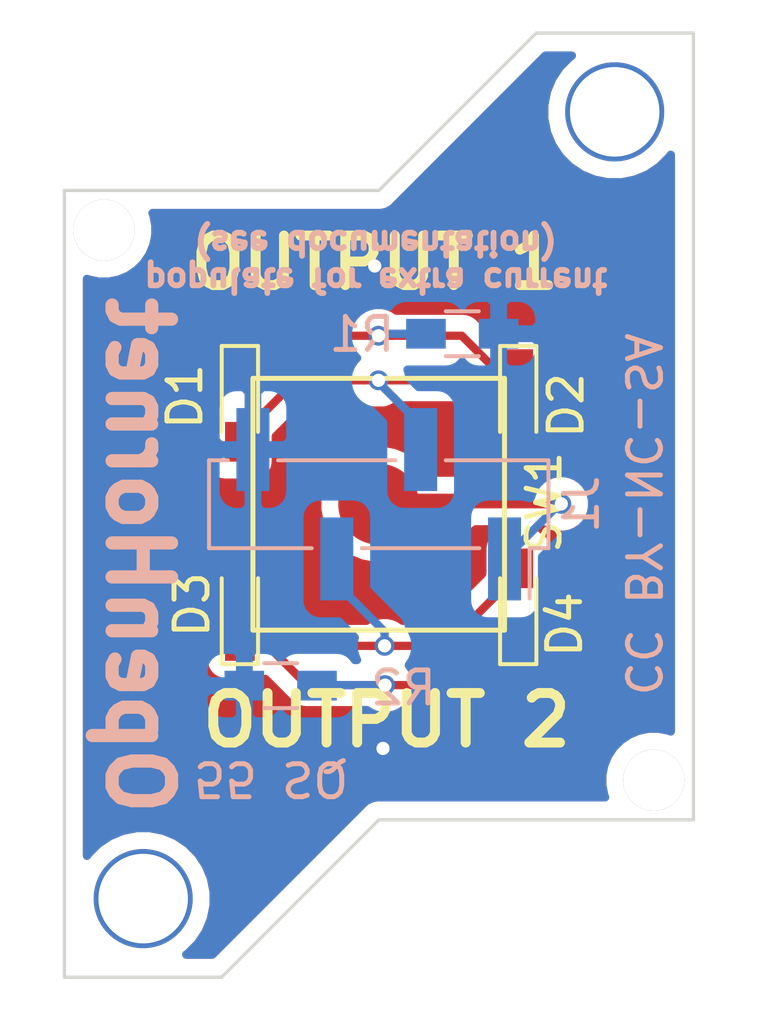
<source format=kicad_pcb>
(kicad_pcb (version 20171130) (host pcbnew "(5.1.4-0-10_14)")

  (general
    (thickness 1.6)
    (drawings 14)
    (tracks 53)
    (zones 0)
    (modules 14)
    (nets 7)
  )

  (page A4)
  (layers
    (0 F.Cu signal)
    (31 B.Cu signal)
    (32 B.Adhes user hide)
    (33 F.Adhes user hide)
    (34 B.Paste user)
    (35 F.Paste user)
    (36 B.SilkS user)
    (37 F.SilkS user)
    (38 B.Mask user)
    (39 F.Mask user)
    (40 Dwgs.User user hide)
    (41 Cmts.User user hide)
    (42 Eco1.User user hide)
    (43 Eco2.User user hide)
    (44 Edge.Cuts user)
    (45 Margin user hide)
    (46 B.CrtYd user)
    (47 F.CrtYd user)
    (48 B.Fab user hide)
    (49 F.Fab user hide)
  )

  (setup
    (last_trace_width 0.25)
    (trace_clearance 0.2)
    (zone_clearance 0.508)
    (zone_45_only no)
    (trace_min 0.2)
    (via_size 0.6)
    (via_drill 0.4)
    (via_min_size 0.4)
    (via_min_drill 0.3)
    (uvia_size 0.3)
    (uvia_drill 0.1)
    (uvias_allowed no)
    (uvia_min_size 0.2)
    (uvia_min_drill 0.1)
    (edge_width 0.15)
    (segment_width 0.2)
    (pcb_text_width 0.3)
    (pcb_text_size 1.5 1.5)
    (mod_edge_width 0.15)
    (mod_text_size 1 1)
    (mod_text_width 0.15)
    (pad_size 0.6 0.6)
    (pad_drill 0.4)
    (pad_to_mask_clearance 0.2)
    (aux_axis_origin 158.05648 106.68498)
    (grid_origin 158.05648 106.68498)
    (visible_elements 7FFFFFFF)
    (pcbplotparams
      (layerselection 0x010fc_ffffffff)
      (usegerberextensions false)
      (usegerberattributes false)
      (usegerberadvancedattributes false)
      (creategerberjobfile false)
      (excludeedgelayer true)
      (linewidth 0.100000)
      (plotframeref false)
      (viasonmask false)
      (mode 1)
      (useauxorigin false)
      (hpglpennumber 1)
      (hpglpenspeed 20)
      (hpglpendiameter 15.000000)
      (psnegative false)
      (psa4output false)
      (plotreference true)
      (plotvalue true)
      (plotinvisibletext false)
      (padsonsilk false)
      (subtractmaskfromsilk false)
      (outputformat 1)
      (mirror false)
      (drillshape 0)
      (scaleselection 1)
      (outputdirectory "manufacturing/gerber/"))
  )

  (net 0 "")
  (net 1 "Net-(D1-Pad1)")
  (net 2 /backlight_1)
  (net 3 /button)
  (net 4 /backlight_2)
  (net 5 GND)
  (net 6 "Net-(D3-Pad1)")

  (net_class Default "This is the default net class."
    (clearance 0.2)
    (trace_width 0.25)
    (via_dia 0.6)
    (via_drill 0.4)
    (uvia_dia 0.3)
    (uvia_drill 0.1)
    (add_net /backlight_1)
    (add_net /backlight_2)
    (add_net /button)
    (add_net GND)
    (add_net "Net-(D1-Pad1)")
    (add_net "Net-(D3-Pad1)")
  )

  (module "KiCAD Libraries:via0.6" (layer F.Cu) (tedit 5A7BFF12) (tstamp 5A7BFF29)
    (at 167.449533 85.168539 180)
    (zone_connect 2)
    (fp_text reference REF** (at 0 0.5 180) (layer F.SilkS) hide
      (effects (font (size 1 1) (thickness 0.15)))
    )
    (fp_text value via0.6 (at 0 -0.5 180) (layer F.Fab) hide
      (effects (font (size 1 1) (thickness 0.15)))
    )
    (pad 1 thru_hole circle (at 0 0 180) (size 0.6 0.6) (drill 0.4) (layers *.Cu)
      (net 5 GND) (zone_connect 2))
  )

  (module Mouting_Hole_2.71mm locked (layer F.Cu) (tedit 5A7BD635) (tstamp 5A7BD75D)
    (at 160.436013 104.313519 180)
    (fp_text reference REF** (at 0.54 1.88 180) (layer F.SilkS) hide
      (effects (font (size 1 1) (thickness 0.15)))
    )
    (fp_text value Mouting_Hole_2.71mm (at 0.32 1.73 180) (layer F.Fab) hide
      (effects (font (size 1 1) (thickness 0.15)))
    )
    (pad 1 thru_hole circle (at 0 0 180) (size 3 3) (drill 2.71) (layers *.Cu)
      (clearance 0.5) (zone_connect 0))
  )

  (module Mouting_Hole_2.71mm locked (layer F.Cu) (tedit 5A7BD635) (tstamp 5A7BD683)
    (at 174.716013 80.503519 180)
    (fp_text reference REF** (at 0.54 1.88 180) (layer F.SilkS) hide
      (effects (font (size 1 1) (thickness 0.15)))
    )
    (fp_text value Mouting_Hole_2.71mm (at 0.32 1.73 180) (layer F.Fab) hide
      (effects (font (size 1 1) (thickness 0.15)))
    )
    (pad 1 thru_hole circle (at 0 0 180) (size 3 3) (drill 2.71) (layers *.Cu)
      (clearance 0.5) (zone_connect 0))
  )

  (module Mouting_Hole_1.85mm locked (layer F.Cu) (tedit 5A7BD47A) (tstamp 5A7BD50C)
    (at 159.246013 84.083519 180)
    (fp_text reference REF** (at 0.54 1.88 180) (layer F.SilkS) hide
      (effects (font (size 1 1) (thickness 0.15)))
    )
    (fp_text value Mouting_Hole_1.85mm (at 0.32 1.73 180) (layer F.Fab) hide
      (effects (font (size 1 1) (thickness 0.15)))
    )
    (pad 1 thru_hole circle (at 0 0 180) (size 1.85 1.85) (drill 1.85) (layers *.Cu)
      (clearance 0.5) (zone_connect 0))
  )

  (module Mouting_Hole_1.85mm locked (layer F.Cu) (tedit 5A7BD47A) (tstamp 5A7BD4C0)
    (at 175.898013 100.729519 180)
    (fp_text reference REF** (at 0.54 1.88 180) (layer F.SilkS) hide
      (effects (font (size 1 1) (thickness 0.15)))
    )
    (fp_text value Mouting_Hole_1.85mm (at 0.32 1.73 180) (layer F.Fab) hide
      (effects (font (size 1 1) (thickness 0.15)))
    )
    (pad 1 thru_hole circle (at 0 0 180) (size 1.85 1.85) (drill 1.85) (layers *.Cu)
      (clearance 0.5) (zone_connect 0))
  )

  (module LEDs:LED_0603_HandSoldering (layer F.Cu) (tedit 595FC9C0) (tstamp 5A7BF9C2)
    (at 163.364533 89.388538 270)
    (descr "LED SMD 0603, hand soldering")
    (tags "LED 0603")
    (path /5A7BDB8B)
    (attr smd)
    (fp_text reference D1 (at -0.269999 1.665 270) (layer F.SilkS)
      (effects (font (size 1 1) (thickness 0.15)))
    )
    (fp_text value LED (at 0 1.55 270) (layer F.Fab)
      (effects (font (size 1 1) (thickness 0.15)))
    )
    (fp_line (start -1.8 -0.55) (end -1.8 0.55) (layer F.SilkS) (width 0.12))
    (fp_line (start -0.2 -0.2) (end -0.2 0.2) (layer F.Fab) (width 0.1))
    (fp_line (start -0.15 0) (end 0.15 -0.2) (layer F.Fab) (width 0.1))
    (fp_line (start 0.15 0.2) (end -0.15 0) (layer F.Fab) (width 0.1))
    (fp_line (start 0.15 -0.2) (end 0.15 0.2) (layer F.Fab) (width 0.1))
    (fp_line (start 0.8 0.4) (end -0.8 0.4) (layer F.Fab) (width 0.1))
    (fp_line (start 0.8 -0.4) (end 0.8 0.4) (layer F.Fab) (width 0.1))
    (fp_line (start -0.8 -0.4) (end 0.8 -0.4) (layer F.Fab) (width 0.1))
    (fp_line (start -1.8 0.55) (end 0.8 0.55) (layer F.SilkS) (width 0.12))
    (fp_line (start -1.8 -0.55) (end 0.8 -0.55) (layer F.SilkS) (width 0.12))
    (fp_line (start -1.96 -0.7) (end 1.95 -0.7) (layer F.CrtYd) (width 0.05))
    (fp_line (start -1.96 -0.7) (end -1.96 0.7) (layer F.CrtYd) (width 0.05))
    (fp_line (start 1.95 0.7) (end 1.95 -0.7) (layer F.CrtYd) (width 0.05))
    (fp_line (start 1.95 0.7) (end -1.96 0.7) (layer F.CrtYd) (width 0.05))
    (fp_line (start -0.8 -0.4) (end -0.8 0.4) (layer F.Fab) (width 0.1))
    (pad 1 smd rect (at -1.1 0 270) (size 1.2 0.9) (layers F.Cu F.Paste F.Mask)
      (net 1 "Net-(D1-Pad1)"))
    (pad 2 smd rect (at 1.1 0 270) (size 1.2 0.9) (layers F.Cu F.Paste F.Mask)
      (net 2 /backlight_1))
    (model ${KISYS3DMOD}/LEDs.3dshapes/LED_0603.wrl
      (at (xyz 0 0 0))
      (scale (xyz 1 1 1))
      (rotate (xyz 0 0 180))
    )
  )

  (module LEDs:LED_0603_HandSoldering (layer F.Cu) (tedit 595FC9C0) (tstamp 5A7BF9D7)
    (at 171.794533 89.388538 270)
    (descr "LED SMD 0603, hand soldering")
    (tags "LED 0603")
    (path /5A7BDE34)
    (attr smd)
    (fp_text reference D2 (at 0 -1.45 270) (layer F.SilkS)
      (effects (font (size 1 1) (thickness 0.15)))
    )
    (fp_text value LED (at 0 1.55 270) (layer F.Fab)
      (effects (font (size 1 1) (thickness 0.15)))
    )
    (fp_line (start -1.8 -0.55) (end -1.8 0.55) (layer F.SilkS) (width 0.12))
    (fp_line (start -0.2 -0.2) (end -0.2 0.2) (layer F.Fab) (width 0.1))
    (fp_line (start -0.15 0) (end 0.15 -0.2) (layer F.Fab) (width 0.1))
    (fp_line (start 0.15 0.2) (end -0.15 0) (layer F.Fab) (width 0.1))
    (fp_line (start 0.15 -0.2) (end 0.15 0.2) (layer F.Fab) (width 0.1))
    (fp_line (start 0.8 0.4) (end -0.8 0.4) (layer F.Fab) (width 0.1))
    (fp_line (start 0.8 -0.4) (end 0.8 0.4) (layer F.Fab) (width 0.1))
    (fp_line (start -0.8 -0.4) (end 0.8 -0.4) (layer F.Fab) (width 0.1))
    (fp_line (start -1.8 0.55) (end 0.8 0.55) (layer F.SilkS) (width 0.12))
    (fp_line (start -1.8 -0.55) (end 0.8 -0.55) (layer F.SilkS) (width 0.12))
    (fp_line (start -1.96 -0.7) (end 1.95 -0.7) (layer F.CrtYd) (width 0.05))
    (fp_line (start -1.96 -0.7) (end -1.96 0.7) (layer F.CrtYd) (width 0.05))
    (fp_line (start 1.95 0.7) (end 1.95 -0.7) (layer F.CrtYd) (width 0.05))
    (fp_line (start 1.95 0.7) (end -1.96 0.7) (layer F.CrtYd) (width 0.05))
    (fp_line (start -0.8 -0.4) (end -0.8 0.4) (layer F.Fab) (width 0.1))
    (pad 1 smd rect (at -1.1 0 270) (size 1.2 0.9) (layers F.Cu F.Paste F.Mask)
      (net 1 "Net-(D1-Pad1)"))
    (pad 2 smd rect (at 1.1 0 270) (size 1.2 0.9) (layers F.Cu F.Paste F.Mask)
      (net 2 /backlight_1))
    (model ${KISYS3DMOD}/LEDs.3dshapes/LED_0603.wrl
      (at (xyz 0 0 0))
      (scale (xyz 1 1 1))
      (rotate (xyz 0 0 180))
    )
  )

  (module LEDs:LED_0603_HandSoldering (layer F.Cu) (tedit 595FC9C0) (tstamp 5A7BF9EC)
    (at 163.364533 95.418538 90)
    (descr "LED SMD 0603, hand soldering")
    (tags "LED 0603")
    (path /5A7BDE66)
    (attr smd)
    (fp_text reference D3 (at 0 -1.45 90) (layer F.SilkS)
      (effects (font (size 1 1) (thickness 0.15)))
    )
    (fp_text value LED (at 0 1.55 90) (layer F.Fab)
      (effects (font (size 1 1) (thickness 0.15)))
    )
    (fp_line (start -1.8 -0.55) (end -1.8 0.55) (layer F.SilkS) (width 0.12))
    (fp_line (start -0.2 -0.2) (end -0.2 0.2) (layer F.Fab) (width 0.1))
    (fp_line (start -0.15 0) (end 0.15 -0.2) (layer F.Fab) (width 0.1))
    (fp_line (start 0.15 0.2) (end -0.15 0) (layer F.Fab) (width 0.1))
    (fp_line (start 0.15 -0.2) (end 0.15 0.2) (layer F.Fab) (width 0.1))
    (fp_line (start 0.8 0.4) (end -0.8 0.4) (layer F.Fab) (width 0.1))
    (fp_line (start 0.8 -0.4) (end 0.8 0.4) (layer F.Fab) (width 0.1))
    (fp_line (start -0.8 -0.4) (end 0.8 -0.4) (layer F.Fab) (width 0.1))
    (fp_line (start -1.8 0.55) (end 0.8 0.55) (layer F.SilkS) (width 0.12))
    (fp_line (start -1.8 -0.55) (end 0.8 -0.55) (layer F.SilkS) (width 0.12))
    (fp_line (start -1.96 -0.7) (end 1.95 -0.7) (layer F.CrtYd) (width 0.05))
    (fp_line (start -1.96 -0.7) (end -1.96 0.7) (layer F.CrtYd) (width 0.05))
    (fp_line (start 1.95 0.7) (end 1.95 -0.7) (layer F.CrtYd) (width 0.05))
    (fp_line (start 1.95 0.7) (end -1.96 0.7) (layer F.CrtYd) (width 0.05))
    (fp_line (start -0.8 -0.4) (end -0.8 0.4) (layer F.Fab) (width 0.1))
    (pad 1 smd rect (at -1.1 0 90) (size 1.2 0.9) (layers F.Cu F.Paste F.Mask)
      (net 6 "Net-(D3-Pad1)"))
    (pad 2 smd rect (at 1.1 0 90) (size 1.2 0.9) (layers F.Cu F.Paste F.Mask)
      (net 4 /backlight_2))
    (model ${KISYS3DMOD}/LEDs.3dshapes/LED_0603.wrl
      (at (xyz 0 0 0))
      (scale (xyz 1 1 1))
      (rotate (xyz 0 0 180))
    )
  )

  (module LEDs:LED_0603_HandSoldering (layer F.Cu) (tedit 595FC9C0) (tstamp 5A7BFA01)
    (at 171.794533 95.418538 90)
    (descr "LED SMD 0603, hand soldering")
    (tags "LED 0603")
    (path /5A7BDE93)
    (attr smd)
    (fp_text reference D4 (at -0.600001 1.405 90) (layer F.SilkS)
      (effects (font (size 1 1) (thickness 0.15)))
    )
    (fp_text value LED (at 0 1.55 90) (layer F.Fab)
      (effects (font (size 1 1) (thickness 0.15)))
    )
    (fp_line (start -1.8 -0.55) (end -1.8 0.55) (layer F.SilkS) (width 0.12))
    (fp_line (start -0.2 -0.2) (end -0.2 0.2) (layer F.Fab) (width 0.1))
    (fp_line (start -0.15 0) (end 0.15 -0.2) (layer F.Fab) (width 0.1))
    (fp_line (start 0.15 0.2) (end -0.15 0) (layer F.Fab) (width 0.1))
    (fp_line (start 0.15 -0.2) (end 0.15 0.2) (layer F.Fab) (width 0.1))
    (fp_line (start 0.8 0.4) (end -0.8 0.4) (layer F.Fab) (width 0.1))
    (fp_line (start 0.8 -0.4) (end 0.8 0.4) (layer F.Fab) (width 0.1))
    (fp_line (start -0.8 -0.4) (end 0.8 -0.4) (layer F.Fab) (width 0.1))
    (fp_line (start -1.8 0.55) (end 0.8 0.55) (layer F.SilkS) (width 0.12))
    (fp_line (start -1.8 -0.55) (end 0.8 -0.55) (layer F.SilkS) (width 0.12))
    (fp_line (start -1.96 -0.7) (end 1.95 -0.7) (layer F.CrtYd) (width 0.05))
    (fp_line (start -1.96 -0.7) (end -1.96 0.7) (layer F.CrtYd) (width 0.05))
    (fp_line (start 1.95 0.7) (end 1.95 -0.7) (layer F.CrtYd) (width 0.05))
    (fp_line (start 1.95 0.7) (end -1.96 0.7) (layer F.CrtYd) (width 0.05))
    (fp_line (start -0.8 -0.4) (end -0.8 0.4) (layer F.Fab) (width 0.1))
    (pad 1 smd rect (at -1.1 0 90) (size 1.2 0.9) (layers F.Cu F.Paste F.Mask)
      (net 6 "Net-(D3-Pad1)"))
    (pad 2 smd rect (at 1.1 0 90) (size 1.2 0.9) (layers F.Cu F.Paste F.Mask)
      (net 4 /backlight_2))
    (model ${KISYS3DMOD}/LEDs.3dshapes/LED_0603.wrl
      (at (xyz 0 0 0))
      (scale (xyz 1 1 1))
      (rotate (xyz 0 0 180))
    )
  )

  (module Pin_Headers:Pin_Header_Straight_1x04_Pitch2.54mm_SMD_Pin1Left (layer B.Cu) (tedit 59650532) (tstamp 5A7BFA28)
    (at 167.569533 92.378539 90)
    (descr "surface-mounted straight pin header, 1x04, 2.54mm pitch, single row, style 1 (pin 1 left)")
    (tags "Surface mounted pin header SMD 1x04 2.54mm single row style1 pin1 left")
    (path /5A7BCE91)
    (attr smd)
    (fp_text reference J1 (at 0 6.14 90) (layer B.SilkS)
      (effects (font (size 1 1) (thickness 0.15)) (justify mirror))
    )
    (fp_text value Conn_01x04 (at 0 -6.14 90) (layer B.Fab)
      (effects (font (size 1 1) (thickness 0.15)) (justify mirror))
    )
    (fp_line (start 1.27 -5.08) (end -1.27 -5.08) (layer B.Fab) (width 0.1))
    (fp_line (start -0.32 5.08) (end 1.27 5.08) (layer B.Fab) (width 0.1))
    (fp_line (start -1.27 -5.08) (end -1.27 4.13) (layer B.Fab) (width 0.1))
    (fp_line (start -1.27 4.13) (end -0.32 5.08) (layer B.Fab) (width 0.1))
    (fp_line (start 1.27 5.08) (end 1.27 -5.08) (layer B.Fab) (width 0.1))
    (fp_line (start -1.27 4.13) (end -2.54 4.13) (layer B.Fab) (width 0.1))
    (fp_line (start -2.54 4.13) (end -2.54 3.49) (layer B.Fab) (width 0.1))
    (fp_line (start -2.54 3.49) (end -1.27 3.49) (layer B.Fab) (width 0.1))
    (fp_line (start -1.27 -0.95) (end -2.54 -0.95) (layer B.Fab) (width 0.1))
    (fp_line (start -2.54 -0.95) (end -2.54 -1.59) (layer B.Fab) (width 0.1))
    (fp_line (start -2.54 -1.59) (end -1.27 -1.59) (layer B.Fab) (width 0.1))
    (fp_line (start 1.27 1.59) (end 2.54 1.59) (layer B.Fab) (width 0.1))
    (fp_line (start 2.54 1.59) (end 2.54 0.95) (layer B.Fab) (width 0.1))
    (fp_line (start 2.54 0.95) (end 1.27 0.95) (layer B.Fab) (width 0.1))
    (fp_line (start 1.27 -3.49) (end 2.54 -3.49) (layer B.Fab) (width 0.1))
    (fp_line (start 2.54 -3.49) (end 2.54 -4.13) (layer B.Fab) (width 0.1))
    (fp_line (start 2.54 -4.13) (end 1.27 -4.13) (layer B.Fab) (width 0.1))
    (fp_line (start -1.33 5.14) (end 1.33 5.14) (layer B.SilkS) (width 0.12))
    (fp_line (start -1.33 -5.14) (end 1.33 -5.14) (layer B.SilkS) (width 0.12))
    (fp_line (start 1.33 5.14) (end 1.33 2.03) (layer B.SilkS) (width 0.12))
    (fp_line (start -1.33 4.57) (end -2.85 4.57) (layer B.SilkS) (width 0.12))
    (fp_line (start -1.33 5.14) (end -1.33 4.57) (layer B.SilkS) (width 0.12))
    (fp_line (start 1.33 -4.57) (end 1.33 -5.14) (layer B.SilkS) (width 0.12))
    (fp_line (start 1.33 0.51) (end 1.33 -3.05) (layer B.SilkS) (width 0.12))
    (fp_line (start -1.33 3.05) (end -1.33 -0.51) (layer B.SilkS) (width 0.12))
    (fp_line (start -1.33 -2.03) (end -1.33 -5.14) (layer B.SilkS) (width 0.12))
    (fp_line (start -3.45 5.6) (end -3.45 -5.6) (layer B.CrtYd) (width 0.05))
    (fp_line (start -3.45 -5.6) (end 3.45 -5.6) (layer B.CrtYd) (width 0.05))
    (fp_line (start 3.45 -5.6) (end 3.45 5.6) (layer B.CrtYd) (width 0.05))
    (fp_line (start 3.45 5.6) (end -3.45 5.6) (layer B.CrtYd) (width 0.05))
    (fp_text user %R (at 1.345 -1.19) (layer B.Fab)
      (effects (font (size 1 1) (thickness 0.15)) (justify mirror))
    )
    (pad 1 smd rect (at -1.655 3.81 90) (size 2.51 1) (layers B.Cu B.Paste B.Mask)
      (net 3 /button))
    (pad 3 smd rect (at -1.655 -1.27 90) (size 2.51 1) (layers B.Cu B.Paste B.Mask)
      (net 4 /backlight_2))
    (pad 2 smd rect (at 1.655 1.27 90) (size 2.51 1) (layers B.Cu B.Paste B.Mask)
      (net 2 /backlight_1))
    (pad 4 smd rect (at 1.655 -3.81 90) (size 2.51 1) (layers B.Cu B.Paste B.Mask)
      (net 5 GND))
    (model ${KISYS3DMOD}/Pin_Headers.3dshapes/Pin_Header_Straight_1x04_Pitch2.54mm_SMD_Pin1Left.wrl
      (at (xyz 0 0 0))
      (scale (xyz 1 1 1))
      (rotate (xyz 0 0 0))
    )
  )

  (module Resistors_SMD:R_0603_HandSoldering (layer B.Cu) (tedit 58E0A804) (tstamp 5A7BFA39)
    (at 170.099533 87.218539 180)
    (descr "Resistor SMD 0603, hand soldering")
    (tags "resistor 0603")
    (path /5A7F7DA7)
    (attr smd)
    (fp_text reference R1 (at 3.04 -0.02 180) (layer B.SilkS)
      (effects (font (size 1 1) (thickness 0.15)) (justify mirror))
    )
    (fp_text value 68 (at 0 -1.55 180) (layer B.Fab)
      (effects (font (size 1 1) (thickness 0.15)) (justify mirror))
    )
    (fp_text user %R (at 0 0 180) (layer B.Fab)
      (effects (font (size 0.4 0.4) (thickness 0.075)) (justify mirror))
    )
    (fp_line (start -0.8 -0.4) (end -0.8 0.4) (layer B.Fab) (width 0.1))
    (fp_line (start 0.8 -0.4) (end -0.8 -0.4) (layer B.Fab) (width 0.1))
    (fp_line (start 0.8 0.4) (end 0.8 -0.4) (layer B.Fab) (width 0.1))
    (fp_line (start -0.8 0.4) (end 0.8 0.4) (layer B.Fab) (width 0.1))
    (fp_line (start 0.5 -0.68) (end -0.5 -0.68) (layer B.SilkS) (width 0.12))
    (fp_line (start -0.5 0.68) (end 0.5 0.68) (layer B.SilkS) (width 0.12))
    (fp_line (start -1.96 0.7) (end 1.95 0.7) (layer B.CrtYd) (width 0.05))
    (fp_line (start -1.96 0.7) (end -1.96 -0.7) (layer B.CrtYd) (width 0.05))
    (fp_line (start 1.95 -0.7) (end 1.95 0.7) (layer B.CrtYd) (width 0.05))
    (fp_line (start 1.95 -0.7) (end -1.96 -0.7) (layer B.CrtYd) (width 0.05))
    (pad 1 smd rect (at -1.1 0 180) (size 1.2 0.9) (layers B.Cu B.Paste B.Mask)
      (net 5 GND))
    (pad 2 smd rect (at 1.1 0 180) (size 1.2 0.9) (layers B.Cu B.Paste B.Mask)
      (net 1 "Net-(D1-Pad1)"))
    (model ${KISYS3DMOD}/Resistors_SMD.3dshapes/R_0603.wrl
      (at (xyz 0 0 0))
      (scale (xyz 1 1 1))
      (rotate (xyz 0 0 0))
    )
  )

  (module Resistors_SMD:R_0603_HandSoldering (layer B.Cu) (tedit 58E0A804) (tstamp 5A7BFA4A)
    (at 164.599533 97.868539)
    (descr "Resistor SMD 0603, hand soldering")
    (tags "resistor 0603")
    (path /5A7BFE48)
    (attr smd)
    (fp_text reference R2 (at 3.72 0.07) (layer B.SilkS)
      (effects (font (size 1 1) (thickness 0.15)) (justify mirror))
    )
    (fp_text value 68 (at 0 -1.55) (layer B.Fab)
      (effects (font (size 1 1) (thickness 0.15)) (justify mirror))
    )
    (fp_text user %R (at 0 0) (layer B.Fab)
      (effects (font (size 0.4 0.4) (thickness 0.075)) (justify mirror))
    )
    (fp_line (start -0.8 -0.4) (end -0.8 0.4) (layer B.Fab) (width 0.1))
    (fp_line (start 0.8 -0.4) (end -0.8 -0.4) (layer B.Fab) (width 0.1))
    (fp_line (start 0.8 0.4) (end 0.8 -0.4) (layer B.Fab) (width 0.1))
    (fp_line (start -0.8 0.4) (end 0.8 0.4) (layer B.Fab) (width 0.1))
    (fp_line (start 0.5 -0.68) (end -0.5 -0.68) (layer B.SilkS) (width 0.12))
    (fp_line (start -0.5 0.68) (end 0.5 0.68) (layer B.SilkS) (width 0.12))
    (fp_line (start -1.96 0.7) (end 1.95 0.7) (layer B.CrtYd) (width 0.05))
    (fp_line (start -1.96 0.7) (end -1.96 -0.7) (layer B.CrtYd) (width 0.05))
    (fp_line (start 1.95 -0.7) (end 1.95 0.7) (layer B.CrtYd) (width 0.05))
    (fp_line (start 1.95 -0.7) (end -1.96 -0.7) (layer B.CrtYd) (width 0.05))
    (pad 1 smd rect (at -1.1 0) (size 1.2 0.9) (layers B.Cu B.Paste B.Mask)
      (net 5 GND))
    (pad 2 smd rect (at 1.1 0) (size 1.2 0.9) (layers B.Cu B.Paste B.Mask)
      (net 6 "Net-(D3-Pad1)"))
    (model ${KISYS3DMOD}/Resistors_SMD.3dshapes/R_0603.wrl
      (at (xyz 0 0 0))
      (scale (xyz 1 1 1))
      (rotate (xyz 0 0 0))
    )
  )

  (module "KiCAD Libraries:SWITCH_SNAP_DOME_6.3mm_DIA_SINGLE_SIDE_PCB" locked (layer F.Cu) (tedit 5A2DE5FC) (tstamp 5A7BFA59)
    (at 167.569533 92.378539)
    (path /5A7BCF73)
    (zone_connect 2)
    (fp_text reference SW1 (at 5.008 -0.056 90) (layer F.SilkS)
      (effects (font (size 1 1) (thickness 0.15)))
    )
    (fp_text value push (at -0.2 4.58) (layer F.Fab)
      (effects (font (size 1 1) (thickness 0.15)))
    )
    (fp_line (start -3.81 -3.81) (end -3.81 3.81) (layer F.SilkS) (width 0.15))
    (fp_line (start -3.81 3.81) (end 3.81 3.81) (layer F.SilkS) (width 0.15))
    (fp_line (start 3.81 3.81) (end 3.81 -3.81) (layer F.SilkS) (width 0.15))
    (fp_line (start 3.81 -3.81) (end -3.81 -3.81) (layer F.SilkS) (width 0.15))
    (pad 2 smd trapezoid (at 2.15 2.4 180) (size 1 1.09) (rect_delta 0 0.625 ) (layers F.Cu F.Paste F.Mask)
      (net 5 GND) (zone_connect 2))
    (pad 2 smd trapezoid (at -2.15 2.4 180) (size 1 1.09) (rect_delta 0 0.625 ) (layers F.Cu F.Paste F.Mask)
      (net 5 GND) (zone_connect 2))
    (pad 2 smd trapezoid (at 2.15 -2.4) (size 1 1.09) (rect_delta 0 0.625 ) (layers F.Cu F.Paste F.Mask)
      (net 5 GND) (zone_connect 2))
    (pad 2 smd rect (at 2.4 1.6) (size 1.09 0.608) (layers F.Cu F.Paste F.Mask)
      (net 5 GND) (zone_connect 2))
    (pad 2 smd rect (at 0 -2.415) (size 3.92 1.09) (layers F.Cu F.Paste F.Mask)
      (net 5 GND) (zone_connect 2))
    (pad 1 smd circle (at 0 0) (size 2.45 2.45) (layers F.Cu F.Paste F.Mask)
      (net 3 /button) (zone_connect 2))
    (pad 1 smd rect (at 1.25 0) (size 2.45 0.64) (layers F.Cu F.Paste F.Mask)
      (net 3 /button) (zone_connect 2))
    (pad 2 smd rect (at 0 2.415) (size 3.92 1.09) (layers F.Cu F.Paste F.Mask)
      (net 5 GND) (zone_connect 2))
    (pad 2 smd rect (at -2.415 0) (size 1.09 3.92) (layers F.Cu F.Paste F.Mask)
      (net 5 GND) (zone_connect 2))
    (pad 2 smd rect (at 2.4 -1.6) (size 1.09 0.608) (layers F.Cu F.Paste F.Mask)
      (net 5 GND) (zone_connect 2))
    (pad 2 smd trapezoid (at -2.15 -2.45) (size 1 1.09) (rect_delta 0 0.625 ) (layers F.Cu F.Paste F.Mask)
      (net 5 GND) (zone_connect 2))
  )

  (module "KiCAD Libraries:via0.6" (layer F.Cu) (tedit 5A7BFF12) (tstamp 5A7BFF07)
    (at 167.699533 99.768539 180)
    (zone_connect 2)
    (fp_text reference REF** (at 0 0.5 180) (layer F.SilkS) hide
      (effects (font (size 1 1) (thickness 0.15)))
    )
    (fp_text value via0.6 (at 0 -0.5 180) (layer F.Fab) hide
      (effects (font (size 1 1) (thickness 0.15)))
    )
    (pad 1 thru_hole circle (at 0 0 180) (size 0.6 0.6) (drill 0.4) (layers *.Cu)
      (net 5 GND) (zone_connect 2))
  )

  (gr_text "CC BY-NC-SA" (at 175.55648 92.68498 270) (layer B.SilkS)
    (effects (font (size 1 1) (thickness 0.15)) (justify mirror))
  )
  (gr_text "55 SQ" (at 164.30648 100.68498 180) (layer B.SilkS)
    (effects (font (size 1 1) (thickness 0.15)) (justify mirror))
  )
  (gr_text OpenHornet (at 160.30648 93.93498 270) (layer B.SilkS)
    (effects (font (size 1.8 1.8) (thickness 0.4)) (justify mirror))
  )
  (gr_text "OUTPUT 2" (at 167.81008 98.91258) (layer F.SilkS)
    (effects (font (size 1.5 1.5) (thickness 0.3)))
  )
  (gr_text "OUTPUT 1" (at 167.449533 85.068539) (layer F.SilkS)
    (effects (font (size 1.5 1.5) (thickness 0.3)))
  )
  (gr_text "populate for extra current\n(see documentation)" (at 167.479533 85.038539 180) (layer B.SilkS)
    (effects (font (size 0.7 0.7) (thickness 0.175)) (justify mirror))
  )
  (gr_line (start 158.049533 106.693539) (end 158.049533 82.881039) (layer Edge.Cuts) (width 0.1))
  (gr_line (start 162.812033 106.693539) (end 167.574533 101.931039) (layer Edge.Cuts) (width 0.1))
  (gr_line (start 158.049533 82.881039) (end 167.574533 82.881039) (layer Edge.Cuts) (width 0.1))
  (gr_line (start 172.337033 78.118539) (end 167.574533 82.881039) (layer Edge.Cuts) (width 0.1))
  (gr_line (start 172.337033 78.118539) (end 177.099533 78.118539) (layer Edge.Cuts) (width 0.1))
  (gr_line (start 177.099533 78.118539) (end 177.099533 101.931039) (layer Edge.Cuts) (width 0.1))
  (gr_line (start 162.812033 106.693539) (end 158.049533 106.693539) (layer Edge.Cuts) (width 0.1))
  (gr_line (start 177.099533 101.931039) (end 167.574533 101.931039) (layer Edge.Cuts) (width 0.1))

  (segment (start 167.623908 87.218539) (end 167.562958 87.279489) (width 0.25) (layer B.Cu) (net 1))
  (segment (start 167.987222 87.279489) (end 167.562958 87.279489) (width 0.25) (layer F.Cu) (net 1))
  (segment (start 168.999533 87.218539) (end 167.623908 87.218539) (width 0.25) (layer B.Cu) (net 1))
  (segment (start 171.794533 88.288538) (end 171.094533 88.288538) (width 0.25) (layer F.Cu) (net 1))
  (segment (start 164.064533 88.288538) (end 165.073582 87.279489) (width 0.25) (layer F.Cu) (net 1))
  (segment (start 170.085484 87.279489) (end 167.987222 87.279489) (width 0.25) (layer F.Cu) (net 1))
  (segment (start 171.094533 88.288538) (end 170.085484 87.279489) (width 0.25) (layer F.Cu) (net 1))
  (segment (start 167.138694 87.279489) (end 167.562958 87.279489) (width 0.25) (layer F.Cu) (net 1))
  (segment (start 165.073582 87.279489) (end 167.138694 87.279489) (width 0.25) (layer F.Cu) (net 1))
  (segment (start 163.364533 88.288538) (end 164.064533 88.288538) (width 0.25) (layer F.Cu) (net 1))
  (via (at 167.562958 87.279489) (size 0.6) (drill 0.4) (layers F.Cu B.Cu) (net 1))
  (segment (start 167.138692 88.628136) (end 167.562956 88.628136) (width 0.25) (layer F.Cu) (net 2))
  (segment (start 168.839533 89.968539) (end 167.562956 88.691962) (width 0.25) (layer B.Cu) (net 2))
  (segment (start 165.074935 88.628136) (end 167.138692 88.628136) (width 0.25) (layer F.Cu) (net 2))
  (segment (start 163.364533 90.488538) (end 163.364533 90.338538) (width 0.25) (layer F.Cu) (net 2))
  (segment (start 167.98722 88.628136) (end 167.562956 88.628136) (width 0.25) (layer F.Cu) (net 2))
  (segment (start 171.794533 90.338538) (end 170.084131 88.628136) (width 0.25) (layer F.Cu) (net 2))
  (segment (start 171.794533 90.488538) (end 171.794533 90.338538) (width 0.25) (layer F.Cu) (net 2))
  (segment (start 168.839533 90.723539) (end 168.839533 89.968539) (width 0.25) (layer B.Cu) (net 2))
  (segment (start 170.084131 88.628136) (end 167.98722 88.628136) (width 0.25) (layer F.Cu) (net 2))
  (segment (start 167.562956 88.691962) (end 167.562956 88.628136) (width 0.25) (layer B.Cu) (net 2))
  (segment (start 163.364533 90.338538) (end 165.074935 88.628136) (width 0.25) (layer F.Cu) (net 2))
  (via (at 167.562956 88.628136) (size 0.6) (drill 0.4) (layers F.Cu B.Cu) (net 2))
  (segment (start 173.099533 92.368539) (end 173.044533 92.368539) (width 0.25) (layer B.Cu) (net 3))
  (segment (start 173.044533 92.368539) (end 171.379533 94.033539) (width 0.25) (layer B.Cu) (net 3))
  (segment (start 168.819533 92.378539) (end 173.089533 92.378539) (width 0.25) (layer F.Cu) (net 3))
  (segment (start 173.089533 92.378539) (end 173.099533 92.368539) (width 0.25) (layer F.Cu) (net 3))
  (via (at 173.099533 92.368539) (size 0.6) (drill 0.4) (layers F.Cu B.Cu) (net 3))
  (segment (start 167.569533 92.378539) (end 168.819533 92.378539) (width 0.25) (layer F.Cu) (net 3))
  (via (at 167.746659 96.664049) (size 0.6) (drill 0.4) (layers F.Cu B.Cu) (net 4))
  (segment (start 171.794533 94.318538) (end 171.794533 94.468538) (width 0.25) (layer F.Cu) (net 4))
  (segment (start 165.560044 96.664049) (end 167.322395 96.664049) (width 0.25) (layer F.Cu) (net 4))
  (segment (start 168.170923 96.664049) (end 167.746659 96.664049) (width 0.25) (layer F.Cu) (net 4))
  (segment (start 163.364533 94.468538) (end 165.560044 96.664049) (width 0.25) (layer F.Cu) (net 4))
  (segment (start 171.794533 94.468538) (end 169.599022 96.664049) (width 0.25) (layer F.Cu) (net 4))
  (segment (start 163.364533 94.318538) (end 163.364533 94.468538) (width 0.25) (layer F.Cu) (net 4))
  (segment (start 167.746659 96.239785) (end 167.746659 96.664049) (width 0.25) (layer B.Cu) (net 4))
  (segment (start 167.746659 96.235665) (end 167.746659 96.239785) (width 0.25) (layer B.Cu) (net 4))
  (segment (start 167.322395 96.664049) (end 167.746659 96.664049) (width 0.25) (layer F.Cu) (net 4))
  (segment (start 166.299533 94.788539) (end 167.746659 96.235665) (width 0.25) (layer B.Cu) (net 4))
  (segment (start 169.599022 96.664049) (end 168.170923 96.664049) (width 0.25) (layer F.Cu) (net 4))
  (segment (start 166.299533 94.033539) (end 166.299533 94.788539) (width 0.25) (layer B.Cu) (net 4))
  (segment (start 167.760873 97.852261) (end 165.715811 97.852261) (width 0.25) (layer B.Cu) (net 6))
  (segment (start 165.715811 97.852261) (end 165.699533 97.868539) (width 0.25) (layer B.Cu) (net 6))
  (segment (start 167.336609 97.852261) (end 167.760873 97.852261) (width 0.25) (layer F.Cu) (net 6))
  (segment (start 165.398256 97.852261) (end 167.336609 97.852261) (width 0.25) (layer F.Cu) (net 6))
  (segment (start 164.064533 96.518538) (end 165.398256 97.852261) (width 0.25) (layer F.Cu) (net 6))
  (segment (start 163.364533 96.518538) (end 164.064533 96.518538) (width 0.25) (layer F.Cu) (net 6))
  (segment (start 169.76081 97.852261) (end 168.185137 97.852261) (width 0.25) (layer F.Cu) (net 6))
  (segment (start 171.094533 96.518538) (end 169.76081 97.852261) (width 0.25) (layer F.Cu) (net 6))
  (segment (start 171.794533 96.518538) (end 171.094533 96.518538) (width 0.25) (layer F.Cu) (net 6))
  (segment (start 168.185137 97.852261) (end 167.760873 97.852261) (width 0.25) (layer F.Cu) (net 6))
  (via (at 167.760873 97.852261) (size 0.6) (drill 0.4) (layers F.Cu B.Cu) (net 6))

  (zone (net 5) (net_name GND) (layer F.Cu) (tstamp 5DC26DBC) (hatch edge 0.508)
    (connect_pads (clearance 0.508))
    (min_thickness 0.254)
    (fill yes (arc_segments 16) (thermal_gap 0.508) (thermal_bridge_width 0.508))
    (polygon
      (pts
        (xy 179.099533 108.118539) (xy 156.099533 108.118539) (xy 156.099533 77.118539) (xy 179.099533 77.118539)
      )
    )
    (filled_polygon
      (pts
        (xy 173.35503 78.845156) (xy 173.05765 79.142536) (xy 172.824001 79.492217) (xy 172.66306 79.880763) (xy 172.581013 80.29324)
        (xy 172.581013 80.713798) (xy 172.66306 81.126275) (xy 172.824001 81.514821) (xy 173.05765 81.864502) (xy 173.35503 82.161882)
        (xy 173.704711 82.395531) (xy 174.093257 82.556472) (xy 174.505734 82.638519) (xy 174.926292 82.638519) (xy 175.338769 82.556472)
        (xy 175.727315 82.395531) (xy 176.076996 82.161882) (xy 176.374376 81.864502) (xy 176.414533 81.804402) (xy 176.414534 99.254937)
        (xy 176.353048 99.229469) (xy 176.05166 99.169519) (xy 175.744366 99.169519) (xy 175.442978 99.229469) (xy 175.159076 99.347065)
        (xy 174.903571 99.517788) (xy 174.686282 99.735077) (xy 174.515559 99.990582) (xy 174.397963 100.274484) (xy 174.338013 100.575872)
        (xy 174.338013 100.883166) (xy 174.397963 101.184554) (xy 174.423431 101.246039) (xy 167.608172 101.246039) (xy 167.574532 101.242726)
        (xy 167.540893 101.246039) (xy 167.540886 101.246039) (xy 167.453299 101.254666) (xy 167.440249 101.255951) (xy 167.40108 101.267833)
        (xy 167.311127 101.29512) (xy 167.192126 101.358727) (xy 167.15577 101.388564) (xy 167.113956 101.422879) (xy 167.11395 101.422885)
        (xy 167.087822 101.444328) (xy 167.066379 101.470456) (xy 162.528297 106.008539) (xy 161.742135 106.008539) (xy 161.796996 105.971882)
        (xy 162.094376 105.674502) (xy 162.328025 105.324821) (xy 162.488966 104.936275) (xy 162.571013 104.523798) (xy 162.571013 104.10324)
        (xy 162.488966 103.690763) (xy 162.328025 103.302217) (xy 162.094376 102.952536) (xy 161.796996 102.655156) (xy 161.447315 102.421507)
        (xy 161.058769 102.260566) (xy 160.646292 102.178519) (xy 160.225734 102.178519) (xy 159.813257 102.260566) (xy 159.424711 102.421507)
        (xy 159.07503 102.655156) (xy 158.77765 102.952536) (xy 158.734533 103.017065) (xy 158.734533 87.688538) (xy 162.276461 87.688538)
        (xy 162.276461 88.888538) (xy 162.288721 89.01302) (xy 162.325031 89.132718) (xy 162.383996 89.243032) (xy 162.463348 89.339723)
        (xy 162.522829 89.388538) (xy 162.463348 89.437353) (xy 162.383996 89.534044) (xy 162.325031 89.644358) (xy 162.288721 89.764056)
        (xy 162.276461 89.888538) (xy 162.276461 91.088538) (xy 162.288721 91.21302) (xy 162.325031 91.332718) (xy 162.383996 91.443032)
        (xy 162.463348 91.539723) (xy 162.560039 91.619075) (xy 162.670353 91.67804) (xy 162.790051 91.71435) (xy 162.914533 91.72661)
        (xy 163.814533 91.72661) (xy 163.939015 91.71435) (xy 164.058713 91.67804) (xy 164.169027 91.619075) (xy 164.265718 91.539723)
        (xy 164.34507 91.443032) (xy 164.404035 91.332718) (xy 164.440345 91.21302) (xy 164.452605 91.088538) (xy 164.452605 90.325267)
        (xy 165.389737 89.388136) (xy 167.017421 89.388136) (xy 167.120067 89.456722) (xy 167.290227 89.527204) (xy 167.470867 89.563136)
        (xy 167.655045 89.563136) (xy 167.835685 89.527204) (xy 168.005845 89.456722) (xy 168.108491 89.388136) (xy 169.76933 89.388136)
        (xy 170.706461 90.325268) (xy 170.706461 91.088538) (xy 170.718721 91.21302) (xy 170.755031 91.332718) (xy 170.813996 91.443032)
        (xy 170.893348 91.539723) (xy 170.989386 91.618539) (xy 170.504897 91.618539) (xy 170.495718 91.607354) (xy 170.399027 91.528002)
        (xy 170.288713 91.469037) (xy 170.169015 91.432727) (xy 170.044533 91.420467) (xy 169.166374 91.420467) (xy 169.01429 91.192858)
        (xy 168.755214 90.933782) (xy 168.450574 90.730228) (xy 168.112075 90.590018) (xy 167.752727 90.518539) (xy 167.386339 90.518539)
        (xy 167.026991 90.590018) (xy 166.688492 90.730228) (xy 166.383852 90.933782) (xy 166.124776 91.192858) (xy 165.921222 91.497498)
        (xy 165.781012 91.835997) (xy 165.709533 92.195345) (xy 165.709533 92.561733) (xy 165.781012 92.921081) (xy 165.921222 93.25958)
        (xy 166.124776 93.56422) (xy 166.383852 93.823296) (xy 166.688492 94.02685) (xy 167.026991 94.16706) (xy 167.386339 94.238539)
        (xy 167.752727 94.238539) (xy 168.112075 94.16706) (xy 168.450574 94.02685) (xy 168.755214 93.823296) (xy 169.01429 93.56422)
        (xy 169.166374 93.336611) (xy 170.044533 93.336611) (xy 170.169015 93.324351) (xy 170.288713 93.288041) (xy 170.399027 93.229076)
        (xy 170.495718 93.149724) (xy 170.504897 93.138539) (xy 171.082574 93.138539) (xy 170.990039 93.188001) (xy 170.893348 93.267353)
        (xy 170.813996 93.364044) (xy 170.755031 93.474358) (xy 170.718721 93.594056) (xy 170.706461 93.718538) (xy 170.706461 94.481808)
        (xy 169.284221 95.904049) (xy 168.292194 95.904049) (xy 168.189548 95.835463) (xy 168.019388 95.764981) (xy 167.838748 95.729049)
        (xy 167.65457 95.729049) (xy 167.47393 95.764981) (xy 167.30377 95.835463) (xy 167.201124 95.904049) (xy 165.874847 95.904049)
        (xy 164.452605 94.481808) (xy 164.452605 93.718538) (xy 164.440345 93.594056) (xy 164.404035 93.474358) (xy 164.34507 93.364044)
        (xy 164.265718 93.267353) (xy 164.169027 93.188001) (xy 164.058713 93.129036) (xy 163.939015 93.092726) (xy 163.814533 93.080466)
        (xy 162.914533 93.080466) (xy 162.790051 93.092726) (xy 162.670353 93.129036) (xy 162.560039 93.188001) (xy 162.463348 93.267353)
        (xy 162.383996 93.364044) (xy 162.325031 93.474358) (xy 162.288721 93.594056) (xy 162.276461 93.718538) (xy 162.276461 94.918538)
        (xy 162.288721 95.04302) (xy 162.325031 95.162718) (xy 162.383996 95.273032) (xy 162.463348 95.369723) (xy 162.522829 95.418538)
        (xy 162.463348 95.467353) (xy 162.383996 95.564044) (xy 162.325031 95.674358) (xy 162.288721 95.794056) (xy 162.276461 95.918538)
        (xy 162.276461 97.118538) (xy 162.288721 97.24302) (xy 162.325031 97.362718) (xy 162.383996 97.473032) (xy 162.463348 97.569723)
        (xy 162.560039 97.649075) (xy 162.670353 97.70804) (xy 162.790051 97.74435) (xy 162.914533 97.75661) (xy 163.814533 97.75661)
        (xy 163.939015 97.74435) (xy 164.058713 97.70804) (xy 164.137253 97.666059) (xy 164.834457 98.363264) (xy 164.858255 98.392262)
        (xy 164.887253 98.41606) (xy 164.973979 98.487235) (xy 165.106009 98.557807) (xy 165.24927 98.601264) (xy 165.360923 98.612261)
        (xy 165.360932 98.612261) (xy 165.398255 98.615937) (xy 165.435578 98.612261) (xy 167.215338 98.612261) (xy 167.317984 98.680847)
        (xy 167.488144 98.751329) (xy 167.668784 98.787261) (xy 167.852962 98.787261) (xy 168.033602 98.751329) (xy 168.203762 98.680847)
        (xy 168.306408 98.612261) (xy 169.723488 98.612261) (xy 169.76081 98.615937) (xy 169.798132 98.612261) (xy 169.798143 98.612261)
        (xy 169.909796 98.601264) (xy 170.053057 98.557807) (xy 170.185086 98.487235) (xy 170.300811 98.392262) (xy 170.324614 98.363258)
        (xy 171.021813 97.666059) (xy 171.100353 97.70804) (xy 171.220051 97.74435) (xy 171.344533 97.75661) (xy 172.244533 97.75661)
        (xy 172.369015 97.74435) (xy 172.488713 97.70804) (xy 172.599027 97.649075) (xy 172.695718 97.569723) (xy 172.77507 97.473032)
        (xy 172.834035 97.362718) (xy 172.870345 97.24302) (xy 172.882605 97.118538) (xy 172.882605 95.918538) (xy 172.870345 95.794056)
        (xy 172.834035 95.674358) (xy 172.77507 95.564044) (xy 172.695718 95.467353) (xy 172.636237 95.418538) (xy 172.695718 95.369723)
        (xy 172.77507 95.273032) (xy 172.834035 95.162718) (xy 172.870345 95.04302) (xy 172.882605 94.918538) (xy 172.882605 93.718538)
        (xy 172.870345 93.594056) (xy 172.834035 93.474358) (xy 172.77507 93.364044) (xy 172.695718 93.267353) (xy 172.599027 93.188001)
        (xy 172.506492 93.138539) (xy 172.568964 93.138539) (xy 172.656644 93.197125) (xy 172.826804 93.267607) (xy 173.007444 93.303539)
        (xy 173.191622 93.303539) (xy 173.372262 93.267607) (xy 173.542422 93.197125) (xy 173.695561 93.094801) (xy 173.825795 92.964567)
        (xy 173.928119 92.811428) (xy 173.998601 92.641268) (xy 174.034533 92.460628) (xy 174.034533 92.27645) (xy 173.998601 92.09581)
        (xy 173.928119 91.92565) (xy 173.825795 91.772511) (xy 173.695561 91.642277) (xy 173.542422 91.539953) (xy 173.372262 91.469471)
        (xy 173.191622 91.433539) (xy 173.007444 91.433539) (xy 172.826804 91.469471) (xy 172.715555 91.515551) (xy 172.77507 91.443032)
        (xy 172.834035 91.332718) (xy 172.870345 91.21302) (xy 172.882605 91.088538) (xy 172.882605 89.888538) (xy 172.870345 89.764056)
        (xy 172.834035 89.644358) (xy 172.77507 89.534044) (xy 172.695718 89.437353) (xy 172.636237 89.388538) (xy 172.695718 89.339723)
        (xy 172.77507 89.243032) (xy 172.834035 89.132718) (xy 172.870345 89.01302) (xy 172.882605 88.888538) (xy 172.882605 87.688538)
        (xy 172.870345 87.564056) (xy 172.834035 87.444358) (xy 172.77507 87.334044) (xy 172.695718 87.237353) (xy 172.599027 87.158001)
        (xy 172.488713 87.099036) (xy 172.369015 87.062726) (xy 172.244533 87.050466) (xy 171.344533 87.050466) (xy 171.220051 87.062726)
        (xy 171.100353 87.099036) (xy 171.021813 87.141017) (xy 170.649288 86.768491) (xy 170.625485 86.739488) (xy 170.50976 86.644515)
        (xy 170.377731 86.573943) (xy 170.23447 86.530486) (xy 170.122817 86.519489) (xy 170.122806 86.519489) (xy 170.085484 86.515813)
        (xy 170.048162 86.519489) (xy 168.108493 86.519489) (xy 168.005847 86.450903) (xy 167.835687 86.380421) (xy 167.655047 86.344489)
        (xy 167.470869 86.344489) (xy 167.290229 86.380421) (xy 167.120069 86.450903) (xy 167.017423 86.519489) (xy 165.110907 86.519489)
        (xy 165.073582 86.515813) (xy 165.036257 86.519489) (xy 165.036249 86.519489) (xy 164.924596 86.530486) (xy 164.781335 86.573943)
        (xy 164.649306 86.644515) (xy 164.533581 86.739488) (xy 164.509783 86.768486) (xy 164.137252 87.141017) (xy 164.058713 87.099036)
        (xy 163.939015 87.062726) (xy 163.814533 87.050466) (xy 162.914533 87.050466) (xy 162.790051 87.062726) (xy 162.670353 87.099036)
        (xy 162.560039 87.158001) (xy 162.463348 87.237353) (xy 162.383996 87.334044) (xy 162.325031 87.444358) (xy 162.288721 87.564056)
        (xy 162.276461 87.688538) (xy 158.734533 87.688538) (xy 158.734533 85.560189) (xy 158.790978 85.583569) (xy 159.092366 85.643519)
        (xy 159.39966 85.643519) (xy 159.701048 85.583569) (xy 159.98495 85.465973) (xy 160.240455 85.29525) (xy 160.457744 85.077961)
        (xy 160.628467 84.822456) (xy 160.746063 84.538554) (xy 160.806013 84.237166) (xy 160.806013 83.929872) (xy 160.746063 83.628484)
        (xy 160.720197 83.566039) (xy 167.540894 83.566039) (xy 167.574533 83.569352) (xy 167.608172 83.566039) (xy 167.60818 83.566039)
        (xy 167.708816 83.556127) (xy 167.837939 83.516958) (xy 167.95694 83.453351) (xy 168.061244 83.36775) (xy 168.082691 83.341617)
        (xy 172.62077 78.803539) (xy 173.417314 78.803539)
      )
    )
  )
  (zone (net 5) (net_name GND) (layer B.Cu) (tstamp 5DC26DB9) (hatch edge 0.508)
    (connect_pads (clearance 0.508))
    (min_thickness 0.254)
    (fill yes (arc_segments 16) (thermal_gap 0.508) (thermal_bridge_width 0.508))
    (polygon
      (pts
        (xy 179.099533 108.118539) (xy 156.099533 108.118539) (xy 156.099533 77.118539) (xy 179.099533 77.118539)
      )
    )
    (filled_polygon
      (pts
        (xy 173.35503 78.845156) (xy 173.05765 79.142536) (xy 172.824001 79.492217) (xy 172.66306 79.880763) (xy 172.581013 80.29324)
        (xy 172.581013 80.713798) (xy 172.66306 81.126275) (xy 172.824001 81.514821) (xy 173.05765 81.864502) (xy 173.35503 82.161882)
        (xy 173.704711 82.395531) (xy 174.093257 82.556472) (xy 174.505734 82.638519) (xy 174.926292 82.638519) (xy 175.338769 82.556472)
        (xy 175.727315 82.395531) (xy 176.076996 82.161882) (xy 176.374376 81.864502) (xy 176.414533 81.804402) (xy 176.414534 99.254937)
        (xy 176.353048 99.229469) (xy 176.05166 99.169519) (xy 175.744366 99.169519) (xy 175.442978 99.229469) (xy 175.159076 99.347065)
        (xy 174.903571 99.517788) (xy 174.686282 99.735077) (xy 174.515559 99.990582) (xy 174.397963 100.274484) (xy 174.338013 100.575872)
        (xy 174.338013 100.883166) (xy 174.397963 101.184554) (xy 174.423431 101.246039) (xy 167.608172 101.246039) (xy 167.574532 101.242726)
        (xy 167.540893 101.246039) (xy 167.540886 101.246039) (xy 167.453299 101.254666) (xy 167.440249 101.255951) (xy 167.40108 101.267833)
        (xy 167.311127 101.29512) (xy 167.192126 101.358727) (xy 167.15577 101.388564) (xy 167.113956 101.422879) (xy 167.11395 101.422885)
        (xy 167.087822 101.444328) (xy 167.066379 101.470456) (xy 162.528297 106.008539) (xy 161.742135 106.008539) (xy 161.796996 105.971882)
        (xy 162.094376 105.674502) (xy 162.328025 105.324821) (xy 162.488966 104.936275) (xy 162.571013 104.523798) (xy 162.571013 104.10324)
        (xy 162.488966 103.690763) (xy 162.328025 103.302217) (xy 162.094376 102.952536) (xy 161.796996 102.655156) (xy 161.447315 102.421507)
        (xy 161.058769 102.260566) (xy 160.646292 102.178519) (xy 160.225734 102.178519) (xy 159.813257 102.260566) (xy 159.424711 102.421507)
        (xy 159.07503 102.655156) (xy 158.77765 102.952536) (xy 158.734533 103.017065) (xy 158.734533 98.318539) (xy 162.261461 98.318539)
        (xy 162.273721 98.443021) (xy 162.310031 98.562719) (xy 162.368996 98.673033) (xy 162.448348 98.769724) (xy 162.545039 98.849076)
        (xy 162.655353 98.908041) (xy 162.775051 98.944351) (xy 162.899533 98.956611) (xy 163.213783 98.953539) (xy 163.372533 98.794789)
        (xy 163.372533 97.995539) (xy 162.423283 97.995539) (xy 162.264533 98.154289) (xy 162.261461 98.318539) (xy 158.734533 98.318539)
        (xy 158.734533 97.418539) (xy 162.261461 97.418539) (xy 162.264533 97.582789) (xy 162.423283 97.741539) (xy 163.372533 97.741539)
        (xy 163.372533 96.942289) (xy 163.626533 96.942289) (xy 163.626533 97.741539) (xy 163.646533 97.741539) (xy 163.646533 97.995539)
        (xy 163.626533 97.995539) (xy 163.626533 98.794789) (xy 163.785283 98.953539) (xy 164.099533 98.956611) (xy 164.224015 98.944351)
        (xy 164.343713 98.908041) (xy 164.454027 98.849076) (xy 164.550718 98.769724) (xy 164.599533 98.710243) (xy 164.648348 98.769724)
        (xy 164.745039 98.849076) (xy 164.855353 98.908041) (xy 164.975051 98.944351) (xy 165.099533 98.956611) (xy 166.299533 98.956611)
        (xy 166.424015 98.944351) (xy 166.543713 98.908041) (xy 166.654027 98.849076) (xy 166.750718 98.769724) (xy 166.83007 98.673033)
        (xy 166.862554 98.612261) (xy 167.215338 98.612261) (xy 167.317984 98.680847) (xy 167.488144 98.751329) (xy 167.668784 98.787261)
        (xy 167.852962 98.787261) (xy 168.033602 98.751329) (xy 168.203762 98.680847) (xy 168.356901 98.578523) (xy 168.487135 98.448289)
        (xy 168.589459 98.29515) (xy 168.659941 98.12499) (xy 168.695873 97.94435) (xy 168.695873 97.760172) (xy 168.659941 97.579532)
        (xy 168.589459 97.409372) (xy 168.487135 97.256233) (xy 168.480154 97.249252) (xy 168.575245 97.106938) (xy 168.645727 96.936778)
        (xy 168.681659 96.756138) (xy 168.681659 96.57196) (xy 168.645727 96.39132) (xy 168.575245 96.22116) (xy 168.497438 96.104714)
        (xy 168.495662 96.086679) (xy 168.452205 95.943418) (xy 168.381633 95.811389) (xy 168.28666 95.695664) (xy 168.257663 95.671867)
        (xy 167.437605 94.85181) (xy 167.437605 92.778539) (xy 170.241461 92.778539) (xy 170.241461 95.288539) (xy 170.253721 95.413021)
        (xy 170.290031 95.532719) (xy 170.348996 95.643033) (xy 170.428348 95.739724) (xy 170.525039 95.819076) (xy 170.635353 95.878041)
        (xy 170.755051 95.914351) (xy 170.879533 95.926611) (xy 171.879533 95.926611) (xy 172.004015 95.914351) (xy 172.123713 95.878041)
        (xy 172.234027 95.819076) (xy 172.330718 95.739724) (xy 172.41007 95.643033) (xy 172.469035 95.532719) (xy 172.505345 95.413021)
        (xy 172.517605 95.288539) (xy 172.517605 93.970268) (xy 173.184335 93.303539) (xy 173.191622 93.303539) (xy 173.372262 93.267607)
        (xy 173.542422 93.197125) (xy 173.695561 93.094801) (xy 173.825795 92.964567) (xy 173.928119 92.811428) (xy 173.998601 92.641268)
        (xy 174.034533 92.460628) (xy 174.034533 92.27645) (xy 173.998601 92.09581) (xy 173.928119 91.92565) (xy 173.825795 91.772511)
        (xy 173.695561 91.642277) (xy 173.542422 91.539953) (xy 173.372262 91.469471) (xy 173.191622 91.433539) (xy 173.007444 91.433539)
        (xy 172.826804 91.469471) (xy 172.656644 91.539953) (xy 172.503505 91.642277) (xy 172.373271 91.772511) (xy 172.270947 91.92565)
        (xy 172.200465 92.09581) (xy 172.190037 92.148233) (xy 172.140344 92.197926) (xy 172.123713 92.189037) (xy 172.004015 92.152727)
        (xy 171.879533 92.140467) (xy 170.879533 92.140467) (xy 170.755051 92.152727) (xy 170.635353 92.189037) (xy 170.525039 92.248002)
        (xy 170.428348 92.327354) (xy 170.348996 92.424045) (xy 170.290031 92.534359) (xy 170.253721 92.654057) (xy 170.241461 92.778539)
        (xy 167.437605 92.778539) (xy 167.425345 92.654057) (xy 167.389035 92.534359) (xy 167.33007 92.424045) (xy 167.250718 92.327354)
        (xy 167.154027 92.248002) (xy 167.043713 92.189037) (xy 166.924015 92.152727) (xy 166.799533 92.140467) (xy 165.799533 92.140467)
        (xy 165.675051 92.152727) (xy 165.555353 92.189037) (xy 165.445039 92.248002) (xy 165.348348 92.327354) (xy 165.268996 92.424045)
        (xy 165.210031 92.534359) (xy 165.173721 92.654057) (xy 165.161461 92.778539) (xy 165.161461 95.288539) (xy 165.173721 95.413021)
        (xy 165.210031 95.532719) (xy 165.268996 95.643033) (xy 165.348348 95.739724) (xy 165.445039 95.819076) (xy 165.555353 95.878041)
        (xy 165.675051 95.914351) (xy 165.799533 95.926611) (xy 166.362804 95.926611) (xy 166.84426 96.408067) (xy 166.811659 96.57196)
        (xy 166.811659 96.756138) (xy 166.847591 96.936778) (xy 166.911994 97.092261) (xy 166.845152 97.092261) (xy 166.83007 97.064045)
        (xy 166.750718 96.967354) (xy 166.654027 96.888002) (xy 166.543713 96.829037) (xy 166.424015 96.792727) (xy 166.299533 96.780467)
        (xy 165.099533 96.780467) (xy 164.975051 96.792727) (xy 164.855353 96.829037) (xy 164.745039 96.888002) (xy 164.648348 96.967354)
        (xy 164.599533 97.026835) (xy 164.550718 96.967354) (xy 164.454027 96.888002) (xy 164.343713 96.829037) (xy 164.224015 96.792727)
        (xy 164.099533 96.780467) (xy 163.785283 96.783539) (xy 163.626533 96.942289) (xy 163.372533 96.942289) (xy 163.213783 96.783539)
        (xy 162.899533 96.780467) (xy 162.775051 96.792727) (xy 162.655353 96.829037) (xy 162.545039 96.888002) (xy 162.448348 96.967354)
        (xy 162.368996 97.064045) (xy 162.310031 97.174359) (xy 162.273721 97.294057) (xy 162.261461 97.418539) (xy 158.734533 97.418539)
        (xy 158.734533 91.978539) (xy 162.621461 91.978539) (xy 162.633721 92.103021) (xy 162.670031 92.222719) (xy 162.728996 92.333033)
        (xy 162.808348 92.429724) (xy 162.905039 92.509076) (xy 163.015353 92.568041) (xy 163.135051 92.604351) (xy 163.259533 92.616611)
        (xy 163.473783 92.613539) (xy 163.632533 92.454789) (xy 163.632533 90.850539) (xy 163.886533 90.850539) (xy 163.886533 92.454789)
        (xy 164.045283 92.613539) (xy 164.259533 92.616611) (xy 164.384015 92.604351) (xy 164.503713 92.568041) (xy 164.614027 92.509076)
        (xy 164.710718 92.429724) (xy 164.79007 92.333033) (xy 164.849035 92.222719) (xy 164.885345 92.103021) (xy 164.897605 91.978539)
        (xy 164.894533 91.009289) (xy 164.735783 90.850539) (xy 163.886533 90.850539) (xy 163.632533 90.850539) (xy 162.783283 90.850539)
        (xy 162.624533 91.009289) (xy 162.621461 91.978539) (xy 158.734533 91.978539) (xy 158.734533 89.468539) (xy 162.621461 89.468539)
        (xy 162.624533 90.437789) (xy 162.783283 90.596539) (xy 163.632533 90.596539) (xy 163.632533 88.992289) (xy 163.886533 88.992289)
        (xy 163.886533 90.596539) (xy 164.735783 90.596539) (xy 164.894533 90.437789) (xy 164.897605 89.468539) (xy 164.885345 89.344057)
        (xy 164.849035 89.224359) (xy 164.79007 89.114045) (xy 164.710718 89.017354) (xy 164.614027 88.938002) (xy 164.503713 88.879037)
        (xy 164.384015 88.842727) (xy 164.259533 88.830467) (xy 164.045283 88.833539) (xy 163.886533 88.992289) (xy 163.632533 88.992289)
        (xy 163.473783 88.833539) (xy 163.259533 88.830467) (xy 163.135051 88.842727) (xy 163.015353 88.879037) (xy 162.905039 88.938002)
        (xy 162.808348 89.017354) (xy 162.728996 89.114045) (xy 162.670031 89.224359) (xy 162.633721 89.344057) (xy 162.621461 89.468539)
        (xy 158.734533 89.468539) (xy 158.734533 88.536047) (xy 166.627956 88.536047) (xy 166.627956 88.720225) (xy 166.663888 88.900865)
        (xy 166.73437 89.071025) (xy 166.836694 89.224164) (xy 166.966928 89.354398) (xy 167.120067 89.456722) (xy 167.290227 89.527204)
        (xy 167.331633 89.53544) (xy 167.701461 89.905269) (xy 167.701461 91.978539) (xy 167.713721 92.103021) (xy 167.750031 92.222719)
        (xy 167.808996 92.333033) (xy 167.888348 92.429724) (xy 167.985039 92.509076) (xy 168.095353 92.568041) (xy 168.215051 92.604351)
        (xy 168.339533 92.616611) (xy 169.339533 92.616611) (xy 169.464015 92.604351) (xy 169.583713 92.568041) (xy 169.694027 92.509076)
        (xy 169.790718 92.429724) (xy 169.87007 92.333033) (xy 169.929035 92.222719) (xy 169.965345 92.103021) (xy 169.977605 91.978539)
        (xy 169.977605 89.468539) (xy 169.965345 89.344057) (xy 169.929035 89.224359) (xy 169.87007 89.114045) (xy 169.790718 89.017354)
        (xy 169.694027 88.938002) (xy 169.583713 88.879037) (xy 169.464015 88.842727) (xy 169.339533 88.830467) (xy 168.776263 88.830467)
        (xy 168.497956 88.552161) (xy 168.497956 88.536047) (xy 168.462024 88.355407) (xy 168.441812 88.306611) (xy 169.599533 88.306611)
        (xy 169.724015 88.294351) (xy 169.843713 88.258041) (xy 169.954027 88.199076) (xy 170.050718 88.119724) (xy 170.099533 88.060243)
        (xy 170.148348 88.119724) (xy 170.245039 88.199076) (xy 170.355353 88.258041) (xy 170.475051 88.294351) (xy 170.599533 88.306611)
        (xy 170.913783 88.303539) (xy 171.072533 88.144789) (xy 171.072533 87.345539) (xy 171.326533 87.345539) (xy 171.326533 88.144789)
        (xy 171.485283 88.303539) (xy 171.799533 88.306611) (xy 171.924015 88.294351) (xy 172.043713 88.258041) (xy 172.154027 88.199076)
        (xy 172.250718 88.119724) (xy 172.33007 88.023033) (xy 172.389035 87.912719) (xy 172.425345 87.793021) (xy 172.437605 87.668539)
        (xy 172.434533 87.504289) (xy 172.275783 87.345539) (xy 171.326533 87.345539) (xy 171.072533 87.345539) (xy 171.052533 87.345539)
        (xy 171.052533 87.091539) (xy 171.072533 87.091539) (xy 171.072533 86.292289) (xy 171.326533 86.292289) (xy 171.326533 87.091539)
        (xy 172.275783 87.091539) (xy 172.434533 86.932789) (xy 172.437605 86.768539) (xy 172.425345 86.644057) (xy 172.389035 86.524359)
        (xy 172.33007 86.414045) (xy 172.250718 86.317354) (xy 172.154027 86.238002) (xy 172.043713 86.179037) (xy 171.924015 86.142727)
        (xy 171.799533 86.130467) (xy 171.485283 86.133539) (xy 171.326533 86.292289) (xy 171.072533 86.292289) (xy 170.913783 86.133539)
        (xy 170.599533 86.130467) (xy 170.475051 86.142727) (xy 170.355353 86.179037) (xy 170.245039 86.238002) (xy 170.148348 86.317354)
        (xy 170.099533 86.376835) (xy 170.050718 86.317354) (xy 169.954027 86.238002) (xy 169.843713 86.179037) (xy 169.724015 86.142727)
        (xy 169.599533 86.130467) (xy 168.399533 86.130467) (xy 168.275051 86.142727) (xy 168.155353 86.179037) (xy 168.045039 86.238002)
        (xy 167.948348 86.317354) (xy 167.88114 86.399248) (xy 167.835687 86.380421) (xy 167.655047 86.344489) (xy 167.470869 86.344489)
        (xy 167.290229 86.380421) (xy 167.120069 86.450903) (xy 166.96693 86.553227) (xy 166.836696 86.683461) (xy 166.734372 86.8366)
        (xy 166.66389 87.00676) (xy 166.627958 87.1874) (xy 166.627958 87.371578) (xy 166.66389 87.552218) (xy 166.734372 87.722378)
        (xy 166.836696 87.875517) (xy 166.914991 87.953812) (xy 166.836694 88.032108) (xy 166.73437 88.185247) (xy 166.663888 88.355407)
        (xy 166.627956 88.536047) (xy 158.734533 88.536047) (xy 158.734533 85.560189) (xy 158.790978 85.583569) (xy 159.092366 85.643519)
        (xy 159.39966 85.643519) (xy 159.701048 85.583569) (xy 159.98495 85.465973) (xy 160.240455 85.29525) (xy 160.457744 85.077961)
        (xy 160.628467 84.822456) (xy 160.746063 84.538554) (xy 160.806013 84.237166) (xy 160.806013 83.929872) (xy 160.746063 83.628484)
        (xy 160.720197 83.566039) (xy 167.540894 83.566039) (xy 167.574533 83.569352) (xy 167.608172 83.566039) (xy 167.60818 83.566039)
        (xy 167.708816 83.556127) (xy 167.837939 83.516958) (xy 167.95694 83.453351) (xy 168.061244 83.36775) (xy 168.082691 83.341617)
        (xy 172.62077 78.803539) (xy 173.417314 78.803539)
      )
    )
  )
)

</source>
